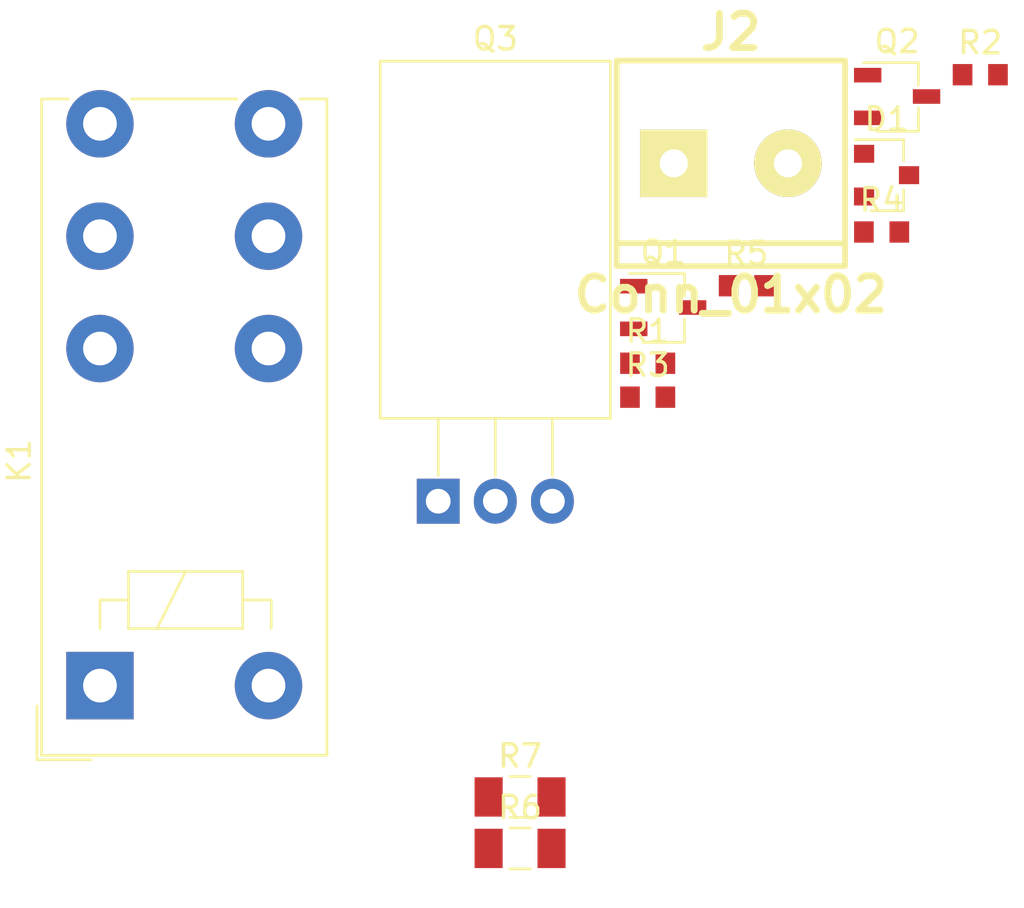
<source format=kicad_pcb>
(kicad_pcb (version 20171130) (host pcbnew 5.0.0-rc2-unknown-b37969f~65~ubuntu17.10.1)

  (general
    (thickness 1.6)
    (drawings 0)
    (tracks 0)
    (zones 0)
    (modules 13)
    (nets 23)
  )

  (page A4)
  (layers
    (0 F.Cu signal)
    (31 B.Cu signal)
    (32 B.Adhes user)
    (33 F.Adhes user)
    (34 B.Paste user)
    (35 F.Paste user)
    (36 B.SilkS user)
    (37 F.SilkS user)
    (38 B.Mask user)
    (39 F.Mask user)
    (40 Dwgs.User user)
    (41 Cmts.User user)
    (42 Eco1.User user)
    (43 Eco2.User user)
    (44 Edge.Cuts user)
    (45 Margin user)
    (46 B.CrtYd user)
    (47 F.CrtYd user)
    (48 B.Fab user)
    (49 F.Fab user)
  )

  (setup
    (last_trace_width 0.25)
    (trace_clearance 0.2)
    (zone_clearance 0.508)
    (zone_45_only no)
    (trace_min 0.2)
    (segment_width 0.2)
    (edge_width 0.15)
    (via_size 0.8)
    (via_drill 0.4)
    (via_min_size 0.4)
    (via_min_drill 0.3)
    (uvia_size 0.3)
    (uvia_drill 0.1)
    (uvias_allowed no)
    (uvia_min_size 0.2)
    (uvia_min_drill 0.1)
    (pcb_text_width 0.3)
    (pcb_text_size 1.5 1.5)
    (mod_edge_width 0.15)
    (mod_text_size 1 1)
    (mod_text_width 0.15)
    (pad_size 1.524 1.524)
    (pad_drill 0.762)
    (pad_to_mask_clearance 0.2)
    (aux_axis_origin 0 0)
    (visible_elements FFFFFF7F)
    (pcbplotparams
      (layerselection 0x010fc_ffffffff)
      (usegerberextensions false)
      (usegerberattributes false)
      (usegerberadvancedattributes false)
      (creategerberjobfile false)
      (excludeedgelayer true)
      (linewidth 0.100000)
      (plotframeref false)
      (viasonmask false)
      (mode 1)
      (useauxorigin false)
      (hpglpennumber 1)
      (hpglpenspeed 20)
      (hpglpendiameter 15.000000)
      (psnegative false)
      (psa4output false)
      (plotreference true)
      (plotvalue true)
      (plotinvisibletext false)
      (padsonsilk false)
      (subtractmaskfromsilk false)
      (outputformat 1)
      (mirror false)
      (drillshape 1)
      (scaleselection 1)
      (outputdirectory ""))
  )

  (net 0 "")
  (net 1 "Net-(J2-Pad1)")
  (net 2 "Net-(J2-Pad2)")
  (net 3 +5V)
  (net 4 "Net-(R5-Pad2)")
  (net 5 "Net-(J1-Pad1)")
  (net 6 "Net-(D1-Pad3)")
  (net 7 "Net-(C1-Pad1)")
  (net 8 "Net-(C2-Pad1)")
  (net 9 "Net-(D3-Pad1)")
  (net 10 "Net-(D2-Pad2)")
  (net 11 "Net-(K1-Pad11)")
  (net 12 "Net-(Q3-Pad3)")
  (net 13 GND)
  (net 14 "Net-(Q2-Pad3)")
  (net 15 "Net-(R6-Pad2)")
  (net 16 "Net-(K1-PadA1)")
  (net 17 "Net-(K1-PadA2)")
  (net 18 "Net-(K1-Pad24)")
  (net 19 "Net-(K1-Pad22)")
  (net 20 "Net-(K1-Pad12)")
  (net 21 "Net-(K1-Pad21)")
  (net 22 "Net-(K1-Pad14)")

  (net_class Default "This is the default net class."
    (clearance 0.2)
    (trace_width 0.25)
    (via_dia 0.8)
    (via_drill 0.4)
    (uvia_dia 0.3)
    (uvia_drill 0.1)
    (add_net +5V)
    (add_net GND)
    (add_net "Net-(C1-Pad1)")
    (add_net "Net-(C2-Pad1)")
    (add_net "Net-(D1-Pad3)")
    (add_net "Net-(D2-Pad2)")
    (add_net "Net-(D3-Pad1)")
    (add_net "Net-(J1-Pad1)")
    (add_net "Net-(J2-Pad1)")
    (add_net "Net-(J2-Pad2)")
    (add_net "Net-(K1-Pad11)")
    (add_net "Net-(K1-Pad12)")
    (add_net "Net-(K1-Pad14)")
    (add_net "Net-(K1-Pad21)")
    (add_net "Net-(K1-Pad22)")
    (add_net "Net-(K1-Pad24)")
    (add_net "Net-(K1-PadA1)")
    (add_net "Net-(K1-PadA2)")
    (add_net "Net-(Q2-Pad3)")
    (add_net "Net-(Q3-Pad3)")
    (add_net "Net-(R5-Pad2)")
    (add_net "Net-(R6-Pad2)")
  )

  (module Relay_THT:Relay_DPDT_Finder_40.52 (layer F.Cu) (tedit 5A5B3E92) (tstamp 5B30F7E6)
    (at 123.31 109.22 90)
    (descr "Relay DPDT Finder 40.52, Pitch 5mm/7.5mm, https://www.finder-relais.net/de/finder-relais-serie-40.pdf")
    (tags "Relay DPDT Finder 40.52 Pitch 5mm")
    (path /5B24271C)
    (fp_text reference K1 (at 10 -3.6 90) (layer F.SilkS)
      (effects (font (size 1 1) (thickness 0.15)))
    )
    (fp_text value FINDER-40.52 (at 12.192 11.43 90) (layer F.Fab)
      (effects (font (size 1 1) (thickness 0.15)))
    )
    (fp_text user %R (at 12.065 3.81 90) (layer F.Fab)
      (effects (font (size 1 1) (thickness 0.15)))
    )
    (fp_line (start -3.3 -0.4) (end -3.3 -2.8) (layer F.SilkS) (width 0.12))
    (fp_line (start -0.9 -2.8) (end -3.3 -2.8) (layer F.SilkS) (width 0.12))
    (fp_line (start -3.1 10.1) (end -3.1 -2.6) (layer F.SilkS) (width 0.12))
    (fp_line (start 26.1 10.1) (end -3.1 10.1) (layer F.SilkS) (width 0.12))
    (fp_line (start 26.1 8.9) (end 26.1 10.1) (layer F.SilkS) (width 0.12))
    (fp_line (start 26.1 1.4) (end 26.1 6.1) (layer F.SilkS) (width 0.12))
    (fp_line (start 26.1 -2.6) (end 26.1 -1.4) (layer F.SilkS) (width 0.12))
    (fp_line (start -3.1 -2.6) (end 26.1 -2.6) (layer F.SilkS) (width 0.12))
    (fp_line (start -2 -2.5) (end -3 -1.4) (layer F.Fab) (width 0.12))
    (fp_line (start 26 -2.5) (end -2 -2.5) (layer F.Fab) (width 0.12))
    (fp_line (start 26 10) (end 26 -2.5) (layer F.Fab) (width 0.12))
    (fp_line (start -3 10) (end 26 10) (layer F.Fab) (width 0.12))
    (fp_line (start -3 -1.4) (end -3 10) (layer F.Fab) (width 0.12))
    (fp_line (start 0 1.8) (end 0 5.8) (layer F.Fab) (width 0.12))
    (fp_line (start 2.54 2.54) (end 5.08 3.81) (layer F.SilkS) (width 0.12))
    (fp_line (start 3.81 6.35) (end 3.81 7.62) (layer F.SilkS) (width 0.12))
    (fp_line (start 3.81 7.62) (end 2.54 7.62) (layer F.SilkS) (width 0.12))
    (fp_line (start 2.54 0) (end 3.81 0) (layer F.SilkS) (width 0.12))
    (fp_line (start 3.81 0) (end 3.81 1.27) (layer F.SilkS) (width 0.12))
    (fp_line (start 3.81 1.27) (end 5.08 1.27) (layer F.SilkS) (width 0.12))
    (fp_line (start 5.08 1.27) (end 5.08 6.35) (layer F.SilkS) (width 0.12))
    (fp_line (start 5.08 6.35) (end 2.54 6.35) (layer F.SilkS) (width 0.12))
    (fp_line (start 2.54 6.35) (end 2.54 1.27) (layer F.SilkS) (width 0.12))
    (fp_line (start 2.54 1.27) (end 3.81 1.27) (layer F.SilkS) (width 0.12))
    (fp_line (start -3.25 -2.75) (end 26.75 -2.75) (layer F.CrtYd) (width 0.05))
    (fp_line (start -3.25 -2.75) (end -3.25 10.25) (layer F.CrtYd) (width 0.05))
    (fp_line (start 26.75 10.25) (end 26.75 -2.75) (layer F.CrtYd) (width 0.05))
    (fp_line (start 26.75 10.25) (end -3.25 10.25) (layer F.CrtYd) (width 0.05))
    (pad A1 thru_hole rect (at 0 0 90) (size 3 3) (drill 1.5) (layers *.Cu *.Mask)
      (net 16 "Net-(K1-PadA1)"))
    (pad A2 thru_hole circle (at 0 7.5 90) (size 3 3) (drill 1.5) (layers *.Cu *.Mask)
      (net 17 "Net-(K1-PadA2)"))
    (pad 11 thru_hole circle (at 20 0 90) (size 3 3) (drill 1.5) (layers *.Cu *.Mask)
      (net 11 "Net-(K1-Pad11)"))
    (pad 24 thru_hole circle (at 25 7.5 90) (size 3 3) (drill 1.5) (layers *.Cu *.Mask)
      (net 18 "Net-(K1-Pad24)"))
    (pad 22 thru_hole circle (at 15 7.5 90) (size 3 3) (drill 1.5) (layers *.Cu *.Mask)
      (net 19 "Net-(K1-Pad22)"))
    (pad 12 thru_hole circle (at 15 0 90) (size 3 3) (drill 1.5) (layers *.Cu *.Mask)
      (net 20 "Net-(K1-Pad12)"))
    (pad 21 thru_hole circle (at 20 7.5 90) (size 3 3) (drill 1.5) (layers *.Cu *.Mask)
      (net 21 "Net-(K1-Pad21)"))
    (pad 14 thru_hole circle (at 25 0 90) (size 3 3) (drill 1.5) (layers *.Cu *.Mask)
      (net 22 "Net-(K1-Pad14)"))
    (model ${KISYS3DMOD}/Relay_THT.3dshapes/Relay_DPDT_Finder_40.52.wrl
      (at (xyz 0 0 0))
      (scale (xyz 1 1 1))
      (rotate (xyz 0 0 0))
    )
  )

  (module Resistor_SMD:R_1206_3216Metric (layer F.Cu) (tedit 5B198B65) (tstamp 5B30F759)
    (at 142.005001 116.465001)
    (descr "Resistor SMD 1206 (3216 Metric), square (rectangular) end terminal, IPC_7351 nominal, (Body size source: http://www.tortai-tech.com/upload/download/2011102023233369053.pdf), generated with kicad-footprint-generator")
    (tags resistor)
    (path /5B23957D)
    (attr smd)
    (fp_text reference R6 (at 0 -1.82) (layer F.SilkS)
      (effects (font (size 1 1) (thickness 0.15)))
    )
    (fp_text value 360 (at 0 1.82) (layer F.Fab)
      (effects (font (size 1 1) (thickness 0.15)))
    )
    (fp_text user %R (at 0 0) (layer F.Fab)
      (effects (font (size 0.8 0.8) (thickness 0.12)))
    )
    (fp_line (start 2.28 1.12) (end -2.28 1.12) (layer F.CrtYd) (width 0.05))
    (fp_line (start 2.28 -1.12) (end 2.28 1.12) (layer F.CrtYd) (width 0.05))
    (fp_line (start -2.28 -1.12) (end 2.28 -1.12) (layer F.CrtYd) (width 0.05))
    (fp_line (start -2.28 1.12) (end -2.28 -1.12) (layer F.CrtYd) (width 0.05))
    (fp_line (start -0.455 0.91) (end 0.455 0.91) (layer F.SilkS) (width 0.12))
    (fp_line (start -0.455 -0.91) (end 0.455 -0.91) (layer F.SilkS) (width 0.12))
    (fp_line (start 1.6 0.8) (end -1.6 0.8) (layer F.Fab) (width 0.1))
    (fp_line (start 1.6 -0.8) (end 1.6 0.8) (layer F.Fab) (width 0.1))
    (fp_line (start -1.6 -0.8) (end 1.6 -0.8) (layer F.Fab) (width 0.1))
    (fp_line (start -1.6 0.8) (end -1.6 -0.8) (layer F.Fab) (width 0.1))
    (pad 2 smd rect (at 1.4 0) (size 1.25 1.75) (layers F.Cu F.Paste F.Mask)
      (net 15 "Net-(R6-Pad2)"))
    (pad 1 smd rect (at -1.4 0) (size 1.25 1.75) (layers F.Cu F.Paste F.Mask)
      (net 1 "Net-(J2-Pad1)"))
    (model ${KISYS3DMOD}/Resistor_SMD.3dshapes/R_1206_3216Metric.wrl
      (at (xyz 0 0 0))
      (scale (xyz 1 1 1))
      (rotate (xyz 0 0 0))
    )
  )

  (module Resistor_SMD:R_1206_3216Metric (layer F.Cu) (tedit 5B198B65) (tstamp 5B30F748)
    (at 142.005001 114.175001)
    (descr "Resistor SMD 1206 (3216 Metric), square (rectangular) end terminal, IPC_7351 nominal, (Body size source: http://www.tortai-tech.com/upload/download/2011102023233369053.pdf), generated with kicad-footprint-generator")
    (tags resistor)
    (path /5B239CFF)
    (attr smd)
    (fp_text reference R7 (at 0 -1.82) (layer F.SilkS)
      (effects (font (size 1 1) (thickness 0.15)))
    )
    (fp_text value 360 (at 0 1.82) (layer F.Fab)
      (effects (font (size 1 1) (thickness 0.15)))
    )
    (fp_line (start -1.6 0.8) (end -1.6 -0.8) (layer F.Fab) (width 0.1))
    (fp_line (start -1.6 -0.8) (end 1.6 -0.8) (layer F.Fab) (width 0.1))
    (fp_line (start 1.6 -0.8) (end 1.6 0.8) (layer F.Fab) (width 0.1))
    (fp_line (start 1.6 0.8) (end -1.6 0.8) (layer F.Fab) (width 0.1))
    (fp_line (start -0.455 -0.91) (end 0.455 -0.91) (layer F.SilkS) (width 0.12))
    (fp_line (start -0.455 0.91) (end 0.455 0.91) (layer F.SilkS) (width 0.12))
    (fp_line (start -2.28 1.12) (end -2.28 -1.12) (layer F.CrtYd) (width 0.05))
    (fp_line (start -2.28 -1.12) (end 2.28 -1.12) (layer F.CrtYd) (width 0.05))
    (fp_line (start 2.28 -1.12) (end 2.28 1.12) (layer F.CrtYd) (width 0.05))
    (fp_line (start 2.28 1.12) (end -2.28 1.12) (layer F.CrtYd) (width 0.05))
    (fp_text user %R (at 0 0) (layer F.Fab)
      (effects (font (size 0.8 0.8) (thickness 0.12)))
    )
    (pad 1 smd rect (at -1.4 0) (size 1.25 1.75) (layers F.Cu F.Paste F.Mask)
      (net 2 "Net-(J2-Pad2)"))
    (pad 2 smd rect (at 1.4 0) (size 1.25 1.75) (layers F.Cu F.Paste F.Mask)
      (net 12 "Net-(Q3-Pad3)"))
    (model ${KISYS3DMOD}/Resistor_SMD.3dshapes/R_1206_3216Metric.wrl
      (at (xyz 0 0 0))
      (scale (xyz 1 1 1))
      (rotate (xyz 0 0 0))
    )
  )

  (module Package_TO_SOT_SMD:SOT-23 (layer F.Cu) (tedit 5A02FF57) (tstamp 5B24F078)
    (at 158.313001 86.505001)
    (descr "SOT-23, Standard")
    (tags SOT-23)
    (path /5B22BD02)
    (attr smd)
    (fp_text reference D1 (at 0 -2.5) (layer F.SilkS)
      (effects (font (size 1 1) (thickness 0.15)))
    )
    (fp_text value BAV99 (at 0 2.5) (layer F.Fab)
      (effects (font (size 1 1) (thickness 0.15)))
    )
    (fp_text user %R (at 0 0 90) (layer F.Fab)
      (effects (font (size 0.5 0.5) (thickness 0.075)))
    )
    (fp_line (start -0.7 -0.95) (end -0.7 1.5) (layer F.Fab) (width 0.1))
    (fp_line (start -0.15 -1.52) (end 0.7 -1.52) (layer F.Fab) (width 0.1))
    (fp_line (start -0.7 -0.95) (end -0.15 -1.52) (layer F.Fab) (width 0.1))
    (fp_line (start 0.7 -1.52) (end 0.7 1.52) (layer F.Fab) (width 0.1))
    (fp_line (start -0.7 1.52) (end 0.7 1.52) (layer F.Fab) (width 0.1))
    (fp_line (start 0.76 1.58) (end 0.76 0.65) (layer F.SilkS) (width 0.12))
    (fp_line (start 0.76 -1.58) (end 0.76 -0.65) (layer F.SilkS) (width 0.12))
    (fp_line (start -1.7 -1.75) (end 1.7 -1.75) (layer F.CrtYd) (width 0.05))
    (fp_line (start 1.7 -1.75) (end 1.7 1.75) (layer F.CrtYd) (width 0.05))
    (fp_line (start 1.7 1.75) (end -1.7 1.75) (layer F.CrtYd) (width 0.05))
    (fp_line (start -1.7 1.75) (end -1.7 -1.75) (layer F.CrtYd) (width 0.05))
    (fp_line (start 0.76 -1.58) (end -1.4 -1.58) (layer F.SilkS) (width 0.12))
    (fp_line (start 0.76 1.58) (end -0.7 1.58) (layer F.SilkS) (width 0.12))
    (pad 1 smd rect (at -1 -0.95) (size 0.9 0.8) (layers F.Cu F.Paste F.Mask)
      (net 7 "Net-(C1-Pad1)"))
    (pad 2 smd rect (at -1 0.95) (size 0.9 0.8) (layers F.Cu F.Paste F.Mask)
      (net 8 "Net-(C2-Pad1)"))
    (pad 3 smd rect (at 1 0) (size 0.9 0.8) (layers F.Cu F.Paste F.Mask)
      (net 6 "Net-(D1-Pad3)"))
    (model ${KISYS3DMOD}/Package_TO_SOT_SMD.3dshapes/SOT-23.wrl
      (at (xyz 0 0 0))
      (scale (xyz 1 1 1))
      (rotate (xyz 0 0 0))
    )
  )

  (module Package_TO_SOT_SMD:TSOT-23 (layer F.Cu) (tedit 5A02FF57) (tstamp 5B24F063)
    (at 148.373001 92.395001)
    (descr "3-pin TSOT23 package, http://www.analog.com.tw/pdf/All_In_One.pdf")
    (tags TSOT-23)
    (path /5B22B712)
    (attr smd)
    (fp_text reference Q1 (at 0 -2.45) (layer F.SilkS)
      (effects (font (size 1 1) (thickness 0.15)))
    )
    (fp_text value IRLML2402 (at 0 2.5) (layer F.Fab)
      (effects (font (size 1 1) (thickness 0.15)))
    )
    (fp_line (start 2.17 1.7) (end -2.17 1.7) (layer F.CrtYd) (width 0.05))
    (fp_line (start 2.17 1.7) (end 2.17 -1.7) (layer F.CrtYd) (width 0.05))
    (fp_line (start -2.17 -1.7) (end -2.17 1.7) (layer F.CrtYd) (width 0.05))
    (fp_line (start -2.17 -1.7) (end 2.17 -1.7) (layer F.CrtYd) (width 0.05))
    (fp_line (start 0.88 -1.45) (end 0.88 1.45) (layer F.Fab) (width 0.1))
    (fp_line (start 0.88 1.45) (end -0.88 1.45) (layer F.Fab) (width 0.1))
    (fp_line (start -0.88 -1) (end -0.88 1.45) (layer F.Fab) (width 0.1))
    (fp_line (start 0.88 -1.45) (end -0.43 -1.45) (layer F.Fab) (width 0.1))
    (fp_line (start -0.88 -1) (end -0.43 -1.45) (layer F.Fab) (width 0.1))
    (fp_line (start 0.93 -1.51) (end -1.5 -1.51) (layer F.SilkS) (width 0.12))
    (fp_line (start 0.95 -1.5) (end 0.95 -0.5) (layer F.SilkS) (width 0.12))
    (fp_line (start 0.95 1.55) (end -0.9 1.55) (layer F.SilkS) (width 0.12))
    (fp_line (start 0.95 0.5) (end 0.95 1.55) (layer F.SilkS) (width 0.12))
    (fp_text user %R (at 0 0 90) (layer F.Fab)
      (effects (font (size 0.5 0.5) (thickness 0.075)))
    )
    (pad 3 smd rect (at 1.31 0) (size 1.22 0.65) (layers F.Cu F.Paste F.Mask)
      (net 10 "Net-(D2-Pad2)"))
    (pad 2 smd rect (at -1.31 0.95) (size 1.22 0.65) (layers F.Cu F.Paste F.Mask)
      (net 13 GND))
    (pad 1 smd rect (at -1.31 -0.95) (size 1.22 0.65) (layers F.Cu F.Paste F.Mask)
      (net 7 "Net-(C1-Pad1)"))
    (model ${KISYS3DMOD}/Package_TO_SOT_SMD.3dshapes/TSOT-23.wrl
      (at (xyz 0 0 0))
      (scale (xyz 1 1 1))
      (rotate (xyz 0 0 0))
    )
  )

  (module Package_TO_SOT_SMD:TSOT-23 (layer F.Cu) (tedit 5A02FF57) (tstamp 5B24F04E)
    (at 158.783001 83.005001)
    (descr "3-pin TSOT23 package, http://www.analog.com.tw/pdf/All_In_One.pdf")
    (tags TSOT-23)
    (path /5B22B7EC)
    (attr smd)
    (fp_text reference Q2 (at 0 -2.45) (layer F.SilkS)
      (effects (font (size 1 1) (thickness 0.15)))
    )
    (fp_text value IRLML2402 (at 0 2.5) (layer F.Fab)
      (effects (font (size 1 1) (thickness 0.15)))
    )
    (fp_text user %R (at 0 0 90) (layer F.Fab)
      (effects (font (size 0.5 0.5) (thickness 0.075)))
    )
    (fp_line (start 0.95 0.5) (end 0.95 1.55) (layer F.SilkS) (width 0.12))
    (fp_line (start 0.95 1.55) (end -0.9 1.55) (layer F.SilkS) (width 0.12))
    (fp_line (start 0.95 -1.5) (end 0.95 -0.5) (layer F.SilkS) (width 0.12))
    (fp_line (start 0.93 -1.51) (end -1.5 -1.51) (layer F.SilkS) (width 0.12))
    (fp_line (start -0.88 -1) (end -0.43 -1.45) (layer F.Fab) (width 0.1))
    (fp_line (start 0.88 -1.45) (end -0.43 -1.45) (layer F.Fab) (width 0.1))
    (fp_line (start -0.88 -1) (end -0.88 1.45) (layer F.Fab) (width 0.1))
    (fp_line (start 0.88 1.45) (end -0.88 1.45) (layer F.Fab) (width 0.1))
    (fp_line (start 0.88 -1.45) (end 0.88 1.45) (layer F.Fab) (width 0.1))
    (fp_line (start -2.17 -1.7) (end 2.17 -1.7) (layer F.CrtYd) (width 0.05))
    (fp_line (start -2.17 -1.7) (end -2.17 1.7) (layer F.CrtYd) (width 0.05))
    (fp_line (start 2.17 1.7) (end 2.17 -1.7) (layer F.CrtYd) (width 0.05))
    (fp_line (start 2.17 1.7) (end -2.17 1.7) (layer F.CrtYd) (width 0.05))
    (pad 1 smd rect (at -1.31 -0.95) (size 1.22 0.65) (layers F.Cu F.Paste F.Mask)
      (net 8 "Net-(C2-Pad1)"))
    (pad 2 smd rect (at -1.31 0.95) (size 1.22 0.65) (layers F.Cu F.Paste F.Mask)
      (net 13 GND))
    (pad 3 smd rect (at 1.31 0) (size 1.22 0.65) (layers F.Cu F.Paste F.Mask)
      (net 14 "Net-(Q2-Pad3)"))
    (model ${KISYS3DMOD}/Package_TO_SOT_SMD.3dshapes/TSOT-23.wrl
      (at (xyz 0 0 0))
      (scale (xyz 1 1 1))
      (rotate (xyz 0 0 0))
    )
  )

  (module Package_TO_SOT_THT:TO-220-3_Horizontal_TabDown (layer F.Cu) (tedit 5AC8BA0D) (tstamp 5B24F039)
    (at 138.363001 101.015001)
    (descr "TO-220-3, Horizontal, RM 2.54mm, see https://www.vishay.com/docs/66542/to-220-1.pdf")
    (tags "TO-220-3 Horizontal RM 2.54mm")
    (path /5B23AB3B)
    (fp_text reference Q3 (at 2.54 -20.58) (layer F.SilkS)
      (effects (font (size 1 1) (thickness 0.15)))
    )
    (fp_text value BT139-600 (at 2.54 2) (layer F.Fab)
      (effects (font (size 1 1) (thickness 0.15)))
    )
    (fp_circle (center 2.54 -16.66) (end 4.39 -16.66) (layer F.Fab) (width 0.1))
    (fp_line (start -2.46 -13.06) (end -2.46 -19.46) (layer F.Fab) (width 0.1))
    (fp_line (start -2.46 -19.46) (end 7.54 -19.46) (layer F.Fab) (width 0.1))
    (fp_line (start 7.54 -19.46) (end 7.54 -13.06) (layer F.Fab) (width 0.1))
    (fp_line (start 7.54 -13.06) (end -2.46 -13.06) (layer F.Fab) (width 0.1))
    (fp_line (start -2.46 -3.81) (end -2.46 -13.06) (layer F.Fab) (width 0.1))
    (fp_line (start -2.46 -13.06) (end 7.54 -13.06) (layer F.Fab) (width 0.1))
    (fp_line (start 7.54 -13.06) (end 7.54 -3.81) (layer F.Fab) (width 0.1))
    (fp_line (start 7.54 -3.81) (end -2.46 -3.81) (layer F.Fab) (width 0.1))
    (fp_line (start 0 -3.81) (end 0 0) (layer F.Fab) (width 0.1))
    (fp_line (start 2.54 -3.81) (end 2.54 0) (layer F.Fab) (width 0.1))
    (fp_line (start 5.08 -3.81) (end 5.08 0) (layer F.Fab) (width 0.1))
    (fp_line (start -2.58 -3.69) (end 7.66 -3.69) (layer F.SilkS) (width 0.12))
    (fp_line (start -2.58 -19.58) (end 7.66 -19.58) (layer F.SilkS) (width 0.12))
    (fp_line (start -2.58 -19.58) (end -2.58 -3.69) (layer F.SilkS) (width 0.12))
    (fp_line (start 7.66 -19.58) (end 7.66 -3.69) (layer F.SilkS) (width 0.12))
    (fp_line (start 0 -3.69) (end 0 -1.15) (layer F.SilkS) (width 0.12))
    (fp_line (start 2.54 -3.69) (end 2.54 -1.15) (layer F.SilkS) (width 0.12))
    (fp_line (start 5.08 -3.69) (end 5.08 -1.15) (layer F.SilkS) (width 0.12))
    (fp_line (start -2.71 -19.71) (end -2.71 1.25) (layer F.CrtYd) (width 0.05))
    (fp_line (start -2.71 1.25) (end 7.79 1.25) (layer F.CrtYd) (width 0.05))
    (fp_line (start 7.79 1.25) (end 7.79 -19.71) (layer F.CrtYd) (width 0.05))
    (fp_line (start 7.79 -19.71) (end -2.71 -19.71) (layer F.CrtYd) (width 0.05))
    (fp_text user %R (at 2.54 -20.58) (layer F.Fab)
      (effects (font (size 1 1) (thickness 0.15)))
    )
    (pad "" np_thru_hole oval (at 2.54 -16.66) (size 3.5 3.5) (drill 3.5) (layers *.Cu *.Mask))
    (pad 1 thru_hole rect (at 0 0) (size 1.905 2) (drill 1.1) (layers *.Cu *.Mask)
      (net 2 "Net-(J2-Pad2)"))
    (pad 2 thru_hole oval (at 2.54 0) (size 1.905 2) (drill 1.1) (layers *.Cu *.Mask)
      (net 1 "Net-(J2-Pad1)"))
    (pad 3 thru_hole oval (at 5.08 0) (size 1.905 2) (drill 1.1) (layers *.Cu *.Mask)
      (net 12 "Net-(Q3-Pad3)"))
    (model ${KISYS3DMOD}/Package_TO_SOT_THT.3dshapes/TO-220-3_Horizontal_TabDown.wrl
      (at (xyz 0 0 0))
      (scale (xyz 1 1 1))
      (rotate (xyz 0 0 0))
    )
  )

  (module Resistor_SMD:R_0603_1608Metric (layer F.Cu) (tedit 5B198B65) (tstamp 5B24EFF3)
    (at 158.093001 89.035001)
    (descr "Resistor SMD 0603 (1608 Metric), square (rectangular) end terminal, IPC_7351 nominal, (Body size source: http://www.tortai-tech.com/upload/download/2011102023233369053.pdf), generated with kicad-footprint-generator")
    (tags resistor)
    (path /5B22ABE0)
    (attr smd)
    (fp_text reference R4 (at 0 -1.43) (layer F.SilkS)
      (effects (font (size 1 1) (thickness 0.15)))
    )
    (fp_text value 1k (at 0 1.43) (layer F.Fab)
      (effects (font (size 1 1) (thickness 0.15)))
    )
    (fp_line (start -0.8 0.4) (end -0.8 -0.4) (layer F.Fab) (width 0.1))
    (fp_line (start -0.8 -0.4) (end 0.8 -0.4) (layer F.Fab) (width 0.1))
    (fp_line (start 0.8 -0.4) (end 0.8 0.4) (layer F.Fab) (width 0.1))
    (fp_line (start 0.8 0.4) (end -0.8 0.4) (layer F.Fab) (width 0.1))
    (fp_line (start -1.48 0.73) (end -1.48 -0.73) (layer F.CrtYd) (width 0.05))
    (fp_line (start -1.48 -0.73) (end 1.48 -0.73) (layer F.CrtYd) (width 0.05))
    (fp_line (start 1.48 -0.73) (end 1.48 0.73) (layer F.CrtYd) (width 0.05))
    (fp_line (start 1.48 0.73) (end -1.48 0.73) (layer F.CrtYd) (width 0.05))
    (fp_text user %R (at 0 0) (layer F.Fab)
      (effects (font (size 0.4 0.4) (thickness 0.06)))
    )
    (pad 1 smd rect (at -0.7875 0) (size 0.875 0.95) (layers F.Cu F.Paste F.Mask)
      (net 9 "Net-(D3-Pad1)"))
    (pad 2 smd rect (at 0.7875 0) (size 0.875 0.95) (layers F.Cu F.Paste F.Mask)
      (net 10 "Net-(D2-Pad2)"))
    (model ${KISYS3DMOD}/Resistor_SMD.3dshapes/R_0603_1608Metric.wrl
      (at (xyz 0 0 0))
      (scale (xyz 1 1 1))
      (rotate (xyz 0 0 0))
    )
  )

  (module Resistor_SMD:R_0603_1608Metric (layer F.Cu) (tedit 5B198B65) (tstamp 5B24EFE4)
    (at 147.683001 96.385001)
    (descr "Resistor SMD 0603 (1608 Metric), square (rectangular) end terminal, IPC_7351 nominal, (Body size source: http://www.tortai-tech.com/upload/download/2011102023233369053.pdf), generated with kicad-footprint-generator")
    (tags resistor)
    (path /5B22CF19)
    (attr smd)
    (fp_text reference R3 (at 0 -1.43) (layer F.SilkS)
      (effects (font (size 1 1) (thickness 0.15)))
    )
    (fp_text value 100k (at 0 1.43) (layer F.Fab)
      (effects (font (size 1 1) (thickness 0.15)))
    )
    (fp_text user %R (at 0 0) (layer F.Fab)
      (effects (font (size 0.4 0.4) (thickness 0.06)))
    )
    (fp_line (start 1.48 0.73) (end -1.48 0.73) (layer F.CrtYd) (width 0.05))
    (fp_line (start 1.48 -0.73) (end 1.48 0.73) (layer F.CrtYd) (width 0.05))
    (fp_line (start -1.48 -0.73) (end 1.48 -0.73) (layer F.CrtYd) (width 0.05))
    (fp_line (start -1.48 0.73) (end -1.48 -0.73) (layer F.CrtYd) (width 0.05))
    (fp_line (start 0.8 0.4) (end -0.8 0.4) (layer F.Fab) (width 0.1))
    (fp_line (start 0.8 -0.4) (end 0.8 0.4) (layer F.Fab) (width 0.1))
    (fp_line (start -0.8 -0.4) (end 0.8 -0.4) (layer F.Fab) (width 0.1))
    (fp_line (start -0.8 0.4) (end -0.8 -0.4) (layer F.Fab) (width 0.1))
    (pad 2 smd rect (at 0.7875 0) (size 0.875 0.95) (layers F.Cu F.Paste F.Mask)
      (net 6 "Net-(D1-Pad3)"))
    (pad 1 smd rect (at -0.7875 0) (size 0.875 0.95) (layers F.Cu F.Paste F.Mask)
      (net 8 "Net-(C2-Pad1)"))
    (model ${KISYS3DMOD}/Resistor_SMD.3dshapes/R_0603_1608Metric.wrl
      (at (xyz 0 0 0))
      (scale (xyz 1 1 1))
      (rotate (xyz 0 0 0))
    )
  )

  (module Resistor_SMD:R_0603_1608Metric (layer F.Cu) (tedit 5B198B65) (tstamp 5B24EFD5)
    (at 162.483001 82.035001)
    (descr "Resistor SMD 0603 (1608 Metric), square (rectangular) end terminal, IPC_7351 nominal, (Body size source: http://www.tortai-tech.com/upload/download/2011102023233369053.pdf), generated with kicad-footprint-generator")
    (tags resistor)
    (path /5B22CE70)
    (attr smd)
    (fp_text reference R2 (at 0 -1.43) (layer F.SilkS)
      (effects (font (size 1 1) (thickness 0.15)))
    )
    (fp_text value 100k (at 0 1.43) (layer F.Fab)
      (effects (font (size 1 1) (thickness 0.15)))
    )
    (fp_line (start -0.8 0.4) (end -0.8 -0.4) (layer F.Fab) (width 0.1))
    (fp_line (start -0.8 -0.4) (end 0.8 -0.4) (layer F.Fab) (width 0.1))
    (fp_line (start 0.8 -0.4) (end 0.8 0.4) (layer F.Fab) (width 0.1))
    (fp_line (start 0.8 0.4) (end -0.8 0.4) (layer F.Fab) (width 0.1))
    (fp_line (start -1.48 0.73) (end -1.48 -0.73) (layer F.CrtYd) (width 0.05))
    (fp_line (start -1.48 -0.73) (end 1.48 -0.73) (layer F.CrtYd) (width 0.05))
    (fp_line (start 1.48 -0.73) (end 1.48 0.73) (layer F.CrtYd) (width 0.05))
    (fp_line (start 1.48 0.73) (end -1.48 0.73) (layer F.CrtYd) (width 0.05))
    (fp_text user %R (at 0 0) (layer F.Fab)
      (effects (font (size 0.4 0.4) (thickness 0.06)))
    )
    (pad 1 smd rect (at -0.7875 0) (size 0.875 0.95) (layers F.Cu F.Paste F.Mask)
      (net 7 "Net-(C1-Pad1)"))
    (pad 2 smd rect (at 0.7875 0) (size 0.875 0.95) (layers F.Cu F.Paste F.Mask)
      (net 6 "Net-(D1-Pad3)"))
    (model ${KISYS3DMOD}/Resistor_SMD.3dshapes/R_0603_1608Metric.wrl
      (at (xyz 0 0 0))
      (scale (xyz 1 1 1))
      (rotate (xyz 0 0 0))
    )
  )

  (module Resistor_SMD:R_0603_1608Metric (layer F.Cu) (tedit 5B198B65) (tstamp 5B24EFC6)
    (at 147.683001 94.875001)
    (descr "Resistor SMD 0603 (1608 Metric), square (rectangular) end terminal, IPC_7351 nominal, (Body size source: http://www.tortai-tech.com/upload/download/2011102023233369053.pdf), generated with kicad-footprint-generator")
    (tags resistor)
    (path /5B22CF77)
    (attr smd)
    (fp_text reference R1 (at 0 -1.43) (layer F.SilkS)
      (effects (font (size 1 1) (thickness 0.15)))
    )
    (fp_text value 1k (at 0 1.43) (layer F.Fab)
      (effects (font (size 1 1) (thickness 0.15)))
    )
    (fp_text user %R (at 0 0) (layer F.Fab)
      (effects (font (size 0.4 0.4) (thickness 0.06)))
    )
    (fp_line (start 1.48 0.73) (end -1.48 0.73) (layer F.CrtYd) (width 0.05))
    (fp_line (start 1.48 -0.73) (end 1.48 0.73) (layer F.CrtYd) (width 0.05))
    (fp_line (start -1.48 -0.73) (end 1.48 -0.73) (layer F.CrtYd) (width 0.05))
    (fp_line (start -1.48 0.73) (end -1.48 -0.73) (layer F.CrtYd) (width 0.05))
    (fp_line (start 0.8 0.4) (end -0.8 0.4) (layer F.Fab) (width 0.1))
    (fp_line (start 0.8 -0.4) (end 0.8 0.4) (layer F.Fab) (width 0.1))
    (fp_line (start -0.8 -0.4) (end 0.8 -0.4) (layer F.Fab) (width 0.1))
    (fp_line (start -0.8 0.4) (end -0.8 -0.4) (layer F.Fab) (width 0.1))
    (pad 2 smd rect (at 0.7875 0) (size 0.875 0.95) (layers F.Cu F.Paste F.Mask)
      (net 5 "Net-(J1-Pad1)"))
    (pad 1 smd rect (at -0.7875 0) (size 0.875 0.95) (layers F.Cu F.Paste F.Mask)
      (net 6 "Net-(D1-Pad3)"))
    (model ${KISYS3DMOD}/Resistor_SMD.3dshapes/R_0603_1608Metric.wrl
      (at (xyz 0 0 0))
      (scale (xyz 1 1 1))
      (rotate (xyz 0 0 0))
    )
  )

  (module Resistor_SMD:R_0603_1608Metric (layer F.Cu) (tedit 5B198B65) (tstamp 5B24EFB7)
    (at 152.073001 91.425001)
    (descr "Resistor SMD 0603 (1608 Metric), square (rectangular) end terminal, IPC_7351 nominal, (Body size source: http://www.tortai-tech.com/upload/download/2011102023233369053.pdf), generated with kicad-footprint-generator")
    (tags resistor)
    (path /5B22B9F3)
    (attr smd)
    (fp_text reference R5 (at 0 -1.43) (layer F.SilkS)
      (effects (font (size 1 1) (thickness 0.15)))
    )
    (fp_text value 510 (at 0 1.43) (layer F.Fab)
      (effects (font (size 1 1) (thickness 0.15)))
    )
    (fp_line (start -0.8 0.4) (end -0.8 -0.4) (layer F.Fab) (width 0.1))
    (fp_line (start -0.8 -0.4) (end 0.8 -0.4) (layer F.Fab) (width 0.1))
    (fp_line (start 0.8 -0.4) (end 0.8 0.4) (layer F.Fab) (width 0.1))
    (fp_line (start 0.8 0.4) (end -0.8 0.4) (layer F.Fab) (width 0.1))
    (fp_line (start -1.48 0.73) (end -1.48 -0.73) (layer F.CrtYd) (width 0.05))
    (fp_line (start -1.48 -0.73) (end 1.48 -0.73) (layer F.CrtYd) (width 0.05))
    (fp_line (start 1.48 -0.73) (end 1.48 0.73) (layer F.CrtYd) (width 0.05))
    (fp_line (start 1.48 0.73) (end -1.48 0.73) (layer F.CrtYd) (width 0.05))
    (fp_text user %R (at 0 0) (layer F.Fab)
      (effects (font (size 0.4 0.4) (thickness 0.06)))
    )
    (pad 1 smd rect (at -0.7875 0) (size 0.875 0.95) (layers F.Cu F.Paste F.Mask)
      (net 3 +5V))
    (pad 2 smd rect (at 0.7875 0) (size 0.875 0.95) (layers F.Cu F.Paste F.Mask)
      (net 4 "Net-(R5-Pad2)"))
    (model ${KISYS3DMOD}/Resistor_SMD.3dshapes/R_0603_1608Metric.wrl
      (at (xyz 0 0 0))
      (scale (xyz 1 1 1))
      (rotate (xyz 0 0 0))
    )
  )

  (module w_conn_screw:mors_2p (layer F.Cu) (tedit 0) (tstamp 5B24EFA8)
    (at 151.385001 85.979001)
    (descr "Terminal block 2 pins")
    (tags DEV)
    (path /5B23E3AC)
    (fp_text reference J2 (at 0 -5.842) (layer F.SilkS)
      (effects (font (size 1.524 1.524) (thickness 0.3048)))
    )
    (fp_text value Conn_01x02 (at 0 5.842) (layer F.SilkS)
      (effects (font (size 1.524 1.524) (thickness 0.3048)))
    )
    (fp_line (start 5.08 -3.81) (end 5.08 -4.572) (layer F.SilkS) (width 0.254))
    (fp_line (start 5.08 -4.572) (end -5.08 -4.572) (layer F.SilkS) (width 0.254))
    (fp_line (start -5.08 -4.572) (end -5.08 -3.81) (layer F.SilkS) (width 0.254))
    (fp_line (start 5.08 4.572) (end -5.08 4.572) (layer F.SilkS) (width 0.254))
    (fp_line (start -5.08 4.572) (end -5.08 3.556) (layer F.SilkS) (width 0.254))
    (fp_line (start -5.08 3.556) (end 5.08 3.556) (layer F.SilkS) (width 0.254))
    (fp_line (start 5.08 3.556) (end 5.08 4.572) (layer F.SilkS) (width 0.254))
    (fp_line (start 5.08 3.81) (end 5.08 -3.81) (layer F.SilkS) (width 0.254))
    (fp_line (start -5.08 -3.81) (end -5.08 3.81) (layer F.SilkS) (width 0.254))
    (pad 1 thru_hole rect (at -2.54 0) (size 2.99974 2.99974) (drill 1.24968) (layers *.Cu *.Mask F.SilkS)
      (net 1 "Net-(J2-Pad1)"))
    (pad 2 thru_hole circle (at 2.54 0) (size 2.99974 2.99974) (drill 1.24968) (layers *.Cu *.Mask F.SilkS)
      (net 2 "Net-(J2-Pad2)"))
    (model walter/conn_screw/mors_2p.wrl
      (at (xyz 0 0 0))
      (scale (xyz 1 1 1))
      (rotate (xyz 0 0 0))
    )
  )

)

</source>
